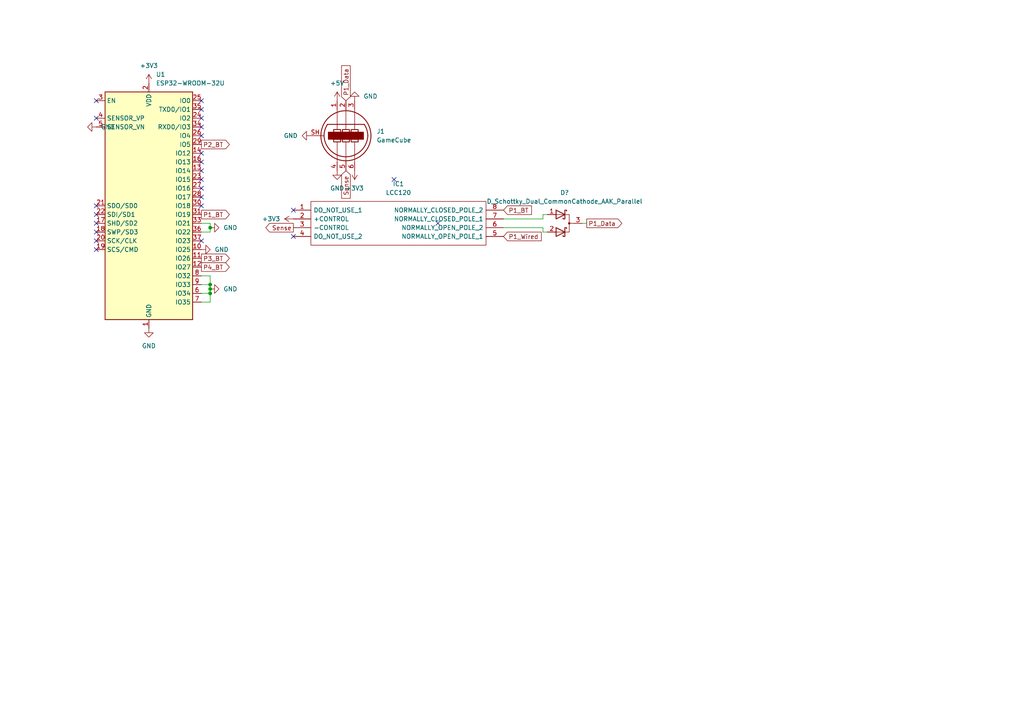
<source format=kicad_sch>
(kicad_sch (version 20211123) (generator eeschema)
  (paper "A4")
  (lib_symbols
    (symbol "Connector_Gaming:GameCube" (pin_names (offset 0) hide)
      (property "Reference" "J" (at 2.54 -4.318 0))
      (property "Value" "GameCube" (at 10.922 -20.32 0))
      (symbol "GameCube_0_1"
        (arc (start -0.762 -18.034) (mid 0.815 -18.7824) (end 2.54 -19.05) (stroke (width 0.254)))
        (polyline (pts (xy -5.08 -15.24) (xy 0.762 -15.24)))
        (polyline (pts (xy -5.08 -12.7) (xy 0.762 -12.7)))
        (polyline (pts (xy -5.08 -10.16) (xy 0.762 -10.16)))
        (polyline (pts (xy -0.762 -7.366) (xy -0.762 -18.034)) (stroke (width 0.254)))
        (polyline (pts (xy 2.54 -20.32) (xy 2.54 -19.05)))
        (polyline (pts (xy 10.16 -15.24) (xy 4.318 -15.24)))
        (polyline (pts (xy 10.16 -12.7) (xy 4.318 -12.7)))
        (polyline (pts (xy 10.16 -10.16) (xy 4.318 -10.16)))
        (rectangle (start 0.762 -14.224) (end 1.524 -16.256) (stroke (width 0.254)))
        (rectangle (start 0.762 -11.684) (end 1.524 -13.716) (stroke (width 0.254)))
        (rectangle (start 0.762 -9.144) (end 1.524 -11.176) (stroke (width 0.254)))
        (rectangle (start 1.524 -7.62) (end 3.556 -17.78) (stroke (width 0.254)) (fill (type outline)))
        (arc (start 2.54 -19.05) (mid 8.6411 -12.7) (end 2.54 -6.35) (stroke (width 0.254)))
        (circle (center 2.54 -12.7) (radius 7.2644) (stroke (width 0.254)))
        (arc (start 2.54 -6.35) (mid 0.8192 -6.632) (end -0.762 -7.366) (stroke (width 0.254)))
        (rectangle (start 3.556 -14.224) (end 4.318 -16.256) (stroke (width 0.254)))
        (rectangle (start 3.556 -11.684) (end 4.318 -13.716) (stroke (width 0.254)))
        (rectangle (start 3.556 -9.144) (end 4.318 -11.176) (stroke (width 0.254)))
      )
      (symbol "GameCube_1_1"
        (pin passive line (at -7.62 -15.24 0) (length 2.54) (name "1") (number "1"))
        (pin passive line (at -7.62 -12.7 0) (length 2.54) (name "2") (number "2"))
        (pin passive line (at -7.62 -10.16 0) (length 2.54) (name "3") (number "3"))
        (pin passive line (at 12.7 -15.24 180) (length 2.54) (name "4") (number "4"))
        (pin passive line (at 12.7 -12.7 180) (length 2.54) (name "5") (number "5"))
        (pin passive line (at 12.7 -10.16 180) (length 2.54) (name "6") (number "6"))
        (pin passive line (at 2.54 -22.86 90) (length 2.54) (name "SH") (number "SH"))
      )
    )
    (symbol "Device:D_Schottky_Dual_CommonCathode_AAK_Parallel" (pin_names (offset 0.762) hide)
      (property "Reference" "D" (at 0 5.08 0))
      (property "Value" "D_Schottky_Dual_CommonCathode_AAK_Parallel" (at 0 -5.08 0))
      (symbol "D_Schottky_Dual_CommonCathode_AAK_Parallel_0_1"
        (polyline (pts (xy 1.27 0) (xy 2.54 0)))
        (polyline (pts (xy -2.54 -2.54) (xy 1.27 -2.54) (xy 1.27 2.54) (xy -2.54 2.54)))
        (polyline (pts (xy -2.54 -1.27) (xy 0 -2.54) (xy -2.54 -3.81) (xy -2.54 -1.27) (xy -2.54 -1.27) (xy -2.54 -1.27)) (stroke (width 0.254)))
        (polyline (pts (xy -2.54 3.81) (xy 0 2.54) (xy -2.54 1.27) (xy -2.54 3.81) (xy -2.54 3.81) (xy -2.54 3.81)) (stroke (width 0.254)))
        (polyline (pts (xy 0.508 -1.524) (xy 0.508 -1.27) (xy 0 -1.27) (xy 0 -3.81) (xy -0.508 -3.81) (xy -0.508 -3.556)) (stroke (width 0.254)))
        (polyline (pts (xy 0.508 3.556) (xy 0.508 3.81) (xy 0 3.81) (xy 0 1.27) (xy -0.508 1.27) (xy -0.508 1.524)) (stroke (width 0.254)))
        (circle (center 1.27 0) (radius 0.254) (fill (type outline)))
        (pin passive line (at -5.08 2.54 0) (length 2.54) (name "K") (number "1"))
        (pin passive line (at -5.08 -2.54 0) (length 2.54) (name "K") (number "2"))
        (pin passive line (at 5.08 0 180) (length 2.54) (name "A") (number "3"))
      )
    )
    (symbol "RF_Module:ESP32-WROOM-32U"
      (property "Reference" "U" (at -12.7 34.29 0))
      (property "Value" "ESP32-WROOM-32U" (at 1.27 34.29 0))
      (symbol "ESP32-WROOM-32U_0_1"
        (rectangle (start -12.7 33.02) (end 12.7 -33.02) (stroke (width 0.254)) (fill (type background)))
      )
      (symbol "ESP32-WROOM-32U_1_1"
        (pin power_in line (at 0 -35.56 90) (length 2.54) (name "GND") (number "1"))
        (pin bidirectional line (at 15.24 -12.7 180) (length 2.54) (name "IO25") (number "10"))
        (pin bidirectional line (at 15.24 -15.24 180) (length 2.54) (name "IO26") (number "11"))
        (pin bidirectional line (at 15.24 -17.78 180) (length 2.54) (name "IO27") (number "12"))
        (pin bidirectional line (at 15.24 10.16 180) (length 2.54) (name "IO14") (number "13"))
        (pin bidirectional line (at 15.24 15.24 180) (length 2.54) (name "IO12") (number "14"))
        (pin passive line (at 0 -35.56 90) (length 2.54) hide (name "GND") (number "15"))
        (pin bidirectional line (at 15.24 12.7 180) (length 2.54) (name "IO13") (number "16"))
        (pin bidirectional line (at -15.24 -5.08 0) (length 2.54) (name "SHD/SD2") (number "17"))
        (pin bidirectional line (at -15.24 -7.62 0) (length 2.54) (name "SWP/SD3") (number "18"))
        (pin bidirectional line (at -15.24 -12.7 0) (length 2.54) (name "SCS/CMD") (number "19"))
        (pin power_in line (at 0 35.56 270) (length 2.54) (name "VDD") (number "2"))
        (pin bidirectional line (at -15.24 -10.16 0) (length 2.54) (name "SCK/CLK") (number "20"))
        (pin bidirectional line (at -15.24 0 0) (length 2.54) (name "SDO/SD0") (number "21"))
        (pin bidirectional line (at -15.24 -2.54 0) (length 2.54) (name "SDI/SD1") (number "22"))
        (pin bidirectional line (at 15.24 7.62 180) (length 2.54) (name "IO15") (number "23"))
        (pin bidirectional line (at 15.24 25.4 180) (length 2.54) (name "IO2") (number "24"))
        (pin bidirectional line (at 15.24 30.48 180) (length 2.54) (name "IO0") (number "25"))
        (pin bidirectional line (at 15.24 20.32 180) (length 2.54) (name "IO4") (number "26"))
        (pin bidirectional line (at 15.24 5.08 180) (length 2.54) (name "IO16") (number "27"))
        (pin bidirectional line (at 15.24 2.54 180) (length 2.54) (name "IO17") (number "28"))
        (pin bidirectional line (at 15.24 17.78 180) (length 2.54) (name "IO5") (number "29"))
        (pin input line (at -15.24 30.48 0) (length 2.54) (name "EN") (number "3"))
        (pin bidirectional line (at 15.24 0 180) (length 2.54) (name "IO18") (number "30"))
        (pin bidirectional line (at 15.24 -2.54 180) (length 2.54) (name "IO19") (number "31"))
        (pin no_connect line (at -12.7 -27.94 0) (length 2.54) hide (name "NC") (number "32"))
        (pin bidirectional line (at 15.24 -5.08 180) (length 2.54) (name "IO21") (number "33"))
        (pin bidirectional line (at 15.24 22.86 180) (length 2.54) (name "RXD0/IO3") (number "34"))
        (pin bidirectional line (at 15.24 27.94 180) (length 2.54) (name "TXD0/IO1") (number "35"))
        (pin bidirectional line (at 15.24 -7.62 180) (length 2.54) (name "IO22") (number "36"))
        (pin bidirectional line (at 15.24 -10.16 180) (length 2.54) (name "IO23") (number "37"))
        (pin passive line (at 0 -35.56 90) (length 2.54) hide (name "GND") (number "38"))
        (pin passive line (at 0 -35.56 90) (length 2.54) hide (name "GND") (number "39"))
        (pin input line (at -15.24 25.4 0) (length 2.54) (name "SENSOR_VP") (number "4"))
        (pin input line (at -15.24 22.86 0) (length 2.54) (name "SENSOR_VN") (number "5"))
        (pin input line (at 15.24 -25.4 180) (length 2.54) (name "IO34") (number "6"))
        (pin input line (at 15.24 -27.94 180) (length 2.54) (name "IO35") (number "7"))
        (pin bidirectional line (at 15.24 -20.32 180) (length 2.54) (name "IO32") (number "8"))
        (pin bidirectional line (at 15.24 -22.86 180) (length 2.54) (name "IO33") (number "9"))
      )
    )
    (symbol "SamacSys_Parts:LCC120" (pin_names (offset 0.762))
      (property "Reference" "IC" (at 57.15 7.62 0))
      (property "Value" "LCC120" (at 57.15 5.08 0))
      (symbol "LCC120_0_0"
        (pin passive line (at 0 0 0) (length 5.08) (name "DO_NOT_USE_1") (number "1"))
        (pin passive line (at 0 -2.54 0) (length 5.08) (name "+CONTROL") (number "2"))
        (pin passive line (at 0 -5.08 0) (length 5.08) (name "-CONTROL") (number "3"))
        (pin passive line (at 0 -7.62 0) (length 5.08) (name "DO_NOT_USE_2") (number "4"))
        (pin passive line (at 60.96 -7.62 180) (length 5.08) (name "NORMALLY_OPEN_POLE_1") (number "5"))
        (pin passive line (at 60.96 -5.08 180) (length 5.08) (name "NORMALLY_OPEN_POLE_2") (number "6"))
        (pin passive line (at 60.96 -2.54 180) (length 5.08) (name "NORMALLY_CLOSED_POLE_1") (number "7"))
        (pin passive line (at 60.96 0 180) (length 5.08) (name "NORMALLY_CLOSED_POLE_2") (number "8"))
      )
      (symbol "LCC120_0_1"
        (polyline (pts (xy 5.08 2.54) (xy 55.88 2.54) (xy 55.88 -10.16) (xy 5.08 -10.16) (xy 5.08 2.54)) (stroke (width 0.1524)))
      )
    )
    (symbol "power:+3V3" (power) (pin_names (offset 0))
      (property "Value" "+3V3" (at 0 3.556 0))
      (symbol "+3V3_0_1"
        (polyline (pts (xy -0.762 1.27) (xy 0 2.54)))
        (polyline (pts (xy 0 0) (xy 0 2.54)))
        (polyline (pts (xy 0 2.54) (xy 0.762 1.27)))
      )
      (symbol "+3V3_1_1"
        (pin power_in line (at 0 0 90) (length 0) hide (name "+3V3") (number "1"))
      )
    )
    (symbol "power:+5V" (power) (pin_names (offset 0))
      (property "Value" "+5V" (at 0 3.556 0))
      (symbol "+5V_0_1"
        (polyline (pts (xy -0.762 1.27) (xy 0 2.54)))
        (polyline (pts (xy 0 0) (xy 0 2.54)))
        (polyline (pts (xy 0 2.54) (xy 0.762 1.27)))
      )
      (symbol "+5V_1_1"
        (pin power_in line (at 0 0 90) (length 0) hide (name "+5V") (number "1"))
      )
    )
    (symbol "power:GND" (power) (pin_names (offset 0))
      (property "Value" "GND" (at 0 -3.81 0))
      (symbol "GND_0_1"
        (polyline (pts (xy 0 0) (xy 0 -1.27) (xy 1.27 -1.27) (xy 0 -2.54) (xy -1.27 -1.27) (xy 0 -1.27)))
      )
      (symbol "GND_1_1"
        (pin power_in line (at 0 0 270) (length 0) hide (name "GND") (number "1"))
      )
    )
  )
  (junction (at 60.96 83.82))
  (junction (at 60.96 85.09))
  (junction (at 60.96 66.04))
  (junction (at 60.96 82.55))
  (no_connect (at 114.3 52.07))
  (no_connect (at 58.42 69.85))
  (no_connect (at 58.42 44.45))
  (no_connect (at 58.42 46.99))
  (no_connect (at 58.42 49.53))
  (no_connect (at 58.42 52.07))
  (no_connect (at 58.42 54.61))
  (no_connect (at 58.42 59.69))
  (no_connect (at 58.42 57.15))
  (no_connect (at 27.94 64.77))
  (no_connect (at 27.94 67.31))
  (no_connect (at 27.94 69.85))
  (no_connect (at 27.94 72.39))
  (no_connect (at 27.94 62.23))
  (no_connect (at 27.94 59.69))
  (no_connect (at 58.42 29.21))
  (no_connect (at 58.42 31.75))
  (no_connect (at 58.42 34.29))
  (no_connect (at 58.42 36.83))
  (no_connect (at 58.42 39.37))
  (no_connect (at 127 64.77))
  (no_connect (at 85.09 60.96))
  (no_connect (at 85.09 68.58))
  (no_connect (at 27.94 34.29))
  (no_connect (at 27.94 29.21))
  (wire (pts (xy 58.42 87.63) (xy 60.96 87.63)))
  (wire (pts (xy 58.42 67.31) (xy 60.96 67.31)))
  (wire (pts (xy 157.48 62.23) (xy 158.75 62.23)))
  (wire (pts (xy 157.48 67.31) (xy 158.75 67.31)))
  (wire (pts (xy 146.05 66.04) (xy 157.48 66.04)))
  (wire (pts (xy 58.42 64.77) (xy 60.96 64.77)))
  (wire (pts (xy 60.96 67.31) (xy 60.96 66.04)))
  (wire (pts (xy 60.96 80.01) (xy 60.96 82.55)))
  (wire (pts (xy 60.96 87.63) (xy 60.96 85.09)))
  (wire (pts (xy 58.42 80.01) (xy 60.96 80.01)))
  (wire (pts (xy 60.96 85.09) (xy 60.96 83.82)))
  (wire (pts (xy 168.91 64.77) (xy 170.18 64.77)))
  (wire (pts (xy 157.48 63.5) (xy 157.48 62.23)))
  (wire (pts (xy 58.42 82.55) (xy 60.96 82.55)))
  (wire (pts (xy 60.96 64.77) (xy 60.96 66.04)))
  (wire (pts (xy 157.48 66.04) (xy 157.48 67.31)))
  (wire (pts (xy 60.96 82.55) (xy 60.96 83.82)))
  (wire (pts (xy 146.05 63.5) (xy 157.48 63.5)))
  (wire (pts (xy 58.42 85.09) (xy 60.96 85.09)))
  (global_label "P2_BT" (shape output) (at 58.42 41.91 0) (property "Intersheet References" "${INTERSHEET_REFS}" (effects hide)))
  (global_label "P1_BT" (shape input) (at 146.05 60.96 0) (property "Intersheet References" "${INTERSHEET_REFS}" (effects hide)))
  (global_label "Sense" (shape input) (at 100.33 49.53 270) (property "Intersheet References" "${INTERSHEET_REFS}" (effects hide)))
  (global_label "P1_BT" (shape output) (at 58.42 62.23 0) (property "Intersheet References" "${INTERSHEET_REFS}" (effects hide)))
  (global_label "P1_Data" (shape output) (at 170.18 64.77 0) (property "Intersheet References" "${INTERSHEET_REFS}" (effects hide)))
  (global_label "P1_Wired" (shape input) (at 146.05 68.58 0) (property "Intersheet References" "${INTERSHEET_REFS}" (effects hide)))
  (global_label "P3_BT" (shape output) (at 58.42 74.93 0) (property "Intersheet References" "${INTERSHEET_REFS}" (effects hide)))
  (global_label "P1_Data" (shape input) (at 100.33 29.21 90) (property "Intersheet References" "${INTERSHEET_REFS}" (effects hide)))
  (global_label "P4_BT" (shape output) (at 58.42 77.47 0) (property "Intersheet References" "${INTERSHEET_REFS}" (effects hide)))
  (global_label "Sense" (shape output) (at 85.09 66.04 180) (property "Intersheet References" "${INTERSHEET_REFS}" (effects hide)))
  (symbol (lib_id "SamacSys_Parts:LCC120") (at 85.09 60.96 0) (unit 1)
    (property "Reference" "IC1" (at 115.57 53.34 0))
    (property "Value" "LCC120" (at 115.57 55.88 0))
    (property "Footprint" "DIP762W53P254L965H406Q8N" (effects hide))
    (property "Datasheet" "http://www.ixysic.com/home/pdfs.nsf/0/1D7C2FC89A5985B985256A2C006889F1/$file/Lcc120.pdf" (effects hide))
    (property "Description" "Solid State Relays - PCB Mount SPST-NO/NC 8PIN DIP" (effects hide))
    (property "Height" "4.064" (effects hide))
    (property "Mouser Part Number" "849-LCC120" (effects hide))
    (property "Mouser Price/Stock" "https://www.mouser.co.uk/ProductDetail/IXYS-Integrated-Circuits/LCC120?qs=TzJIIqIe2vmIthf%252BEZpoaA%3D%3D" (effects hide))
    (property "Manufacturer_Name" "LITTELFUSE" (effects hide))
    (property "Manufacturer_Part_Number" "LCC120" (effects hide))
  )
  (symbol (lib_id "power:GND") (at 58.42 72.39 90) (unit 1)
    (property "Reference" "#PWR?" (effects hide))
    (property "Value" "GND" (at 62.23 72.3899 90) (effects (justify right)))
  )
  (symbol (lib_id "RF_Module:ESP32-WROOM-32U") (at 43.18 59.69 0) (unit 1)
    (property "Reference" "U1" (at 45.1994 21.59 0) (effects (justify left)))
    (property "Value" "ESP32-WROOM-32U" (at 45.1994 24.13 0) (effects (justify left)))
    (property "Footprint" "RF_Module:ESP32-WROOM-32U" (effects hide))
    (property "Datasheet" "https://www.espressif.com/sites/default/files/documentation/esp32-wroom-32d_esp32-wroom-32u_datasheet_en.pdf" (effects hide))
  )
  (symbol (lib_id "power:GND") (at 27.94 36.83 270) (unit 1)
    (property "Reference" "#PWR?" (effects hide))
    (property "Value" "GND" (at 29.21 36.8299 90) (effects (justify left)))
  )
  (symbol (lib_id "power:GND") (at 102.87 29.21 180) (unit 1)
    (property "Reference" "#PWR?" (effects hide))
    (property "Value" "GND" (at 105.41 27.9399 0) (effects (justify right)))
  )
  (symbol (lib_id "power:+5V") (at 97.79 29.21 0) (unit 1)
    (property "Reference" "#PWR?" (effects hide))
    (property "Value" "+5V" (at 97.79 24.13 0))
  )
  (symbol (lib_id "Connector_Gaming:GameCube") (at 113.03 36.83 270) (unit 1)
    (property "Reference" "J1" (at 109.22 38.0999 90) (effects (justify left)))
    (property "Value" "GameCube" (at 109.22 40.6399 90) (effects (justify left)))
  )
  (symbol (lib_id "power:GND") (at 90.17 39.37 270) (unit 1)
    (property "Reference" "#PWR?" (effects hide))
    (property "Value" "GND" (at 86.36 39.3699 90) (effects (justify right)))
  )
  (symbol (lib_id "power:GND") (at 60.96 83.82 90) (unit 1)
    (property "Reference" "#PWR?" (effects hide))
    (property "Value" "GND" (at 64.77 83.8199 90) (effects (justify right)))
  )
  (symbol (lib_id "power:GND") (at 60.96 66.04 90) (unit 1)
    (property "Reference" "#PWR?" (effects hide))
    (property "Value" "GND" (at 64.77 66.0399 90) (effects (justify right)))
  )
  (symbol (lib_id "power:GND") (at 97.79 49.53 0) (unit 1)
    (property "Reference" "#PWR?" (effects hide))
    (property "Value" "GND" (at 97.79 54.61 0))
  )
  (symbol (lib_id "Device:D_Schottky_Dual_CommonCathode_AAK_Parallel") (at 163.83 64.77 0) (unit 1)
    (property "Reference" "D?" (at 163.7665 55.88 0))
    (property "Value" "D_Schottky_Dual_CommonCathode_AAK_Parallel" (at 163.7665 58.42 0))
  )
  (symbol (lib_id "power:+3V3") (at 102.87 49.53 180) (unit 1)
    (property "Reference" "#PWR?" (effects hide))
    (property "Value" "+3V3" (at 102.87 54.61 0))
  )
  (symbol (lib_id "power:+3V3") (at 85.09 63.5 90) (unit 1)
    (property "Reference" "#PWR?" (effects hide))
    (property "Value" "+3V3" (at 81.28 63.4999 90) (effects (justify left)))
  )
  (symbol (lib_id "power:GND") (at 43.18 95.25 0) (unit 1)
    (property "Reference" "#PWR?" (effects hide))
    (property "Value" "GND" (at 43.18 100.33 0))
  )
  (symbol (lib_id "power:+3V3") (at 43.18 24.13 0) (unit 1)
    (property "Reference" "#PWR?" (effects hide))
    (property "Value" "+3V3" (at 43.18 19.05 0))
  )
)
</source>
